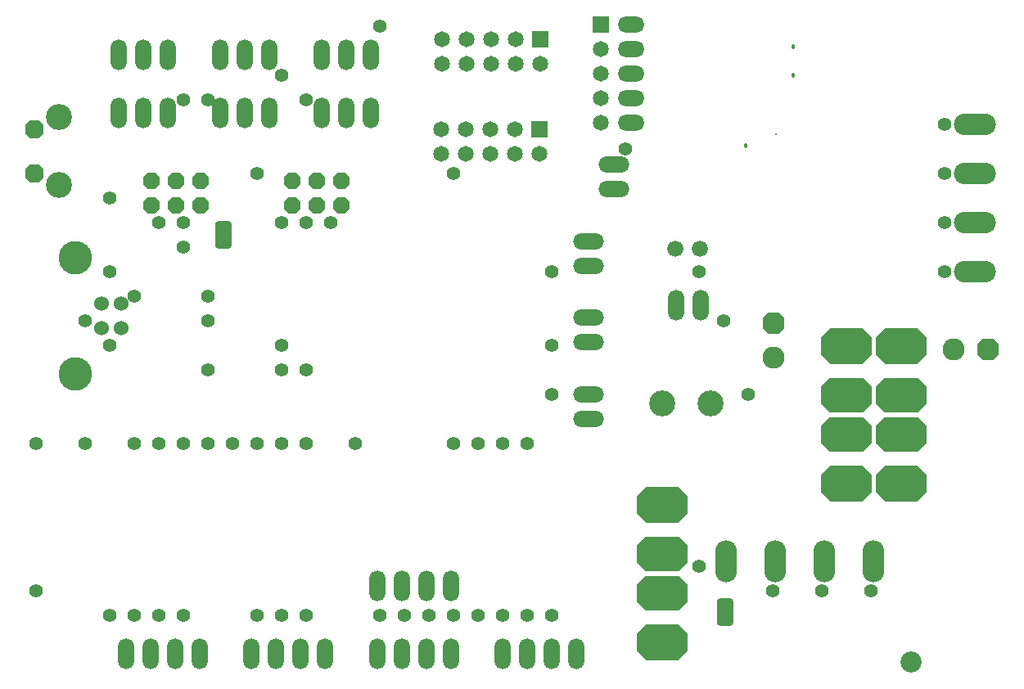
<source format=gbs>
%FSLAX24Y24*%
%MOIN*%
G70*
G01*
G75*
G04 Layer_Color=12517567*
%ADD10C,0.0650*%
%ADD11R,0.0402X0.0118*%
G04:AMPARAMS|DCode=12|XSize=105mil|YSize=105mil|CornerRadius=26.3mil|HoleSize=0mil|Usage=FLASHONLY|Rotation=180.000|XOffset=0mil|YOffset=0mil|HoleType=Round|Shape=RoundedRectangle|*
%AMROUNDEDRECTD12*
21,1,0.1050,0.0525,0,0,180.0*
21,1,0.0525,0.1050,0,0,180.0*
1,1,0.0525,-0.0263,0.0263*
1,1,0.0525,0.0263,0.0263*
1,1,0.0525,0.0263,-0.0263*
1,1,0.0525,-0.0263,-0.0263*
%
%ADD12ROUNDEDRECTD12*%
%ADD13C,0.0600*%
G04:AMPARAMS|DCode=14|XSize=50mil|YSize=50mil|CornerRadius=25mil|HoleSize=0mil|Usage=FLASHONLY|Rotation=90.000|XOffset=0mil|YOffset=0mil|HoleType=Round|Shape=RoundedRectangle|*
%AMROUNDEDRECTD14*
21,1,0.0500,0.0000,0,0,90.0*
21,1,0.0000,0.0500,0,0,90.0*
1,1,0.0500,0.0000,0.0000*
1,1,0.0500,0.0000,0.0000*
1,1,0.0500,0.0000,0.0000*
1,1,0.0500,0.0000,0.0000*
%
%ADD14ROUNDEDRECTD14*%
G04:AMPARAMS|DCode=15|XSize=29.1mil|YSize=39.4mil|CornerRadius=5.8mil|HoleSize=0mil|Usage=FLASHONLY|Rotation=90.000|XOffset=0mil|YOffset=0mil|HoleType=Round|Shape=RoundedRectangle|*
%AMROUNDEDRECTD15*
21,1,0.0291,0.0277,0,0,90.0*
21,1,0.0175,0.0394,0,0,90.0*
1,1,0.0117,0.0139,0.0087*
1,1,0.0117,0.0139,-0.0087*
1,1,0.0117,-0.0139,-0.0087*
1,1,0.0117,-0.0139,0.0087*
%
%ADD15ROUNDEDRECTD15*%
G04:AMPARAMS|DCode=16|XSize=29.1mil|YSize=39.4mil|CornerRadius=5.8mil|HoleSize=0mil|Usage=FLASHONLY|Rotation=180.000|XOffset=0mil|YOffset=0mil|HoleType=Round|Shape=RoundedRectangle|*
%AMROUNDEDRECTD16*
21,1,0.0291,0.0277,0,0,180.0*
21,1,0.0175,0.0394,0,0,180.0*
1,1,0.0117,-0.0087,0.0139*
1,1,0.0117,0.0087,0.0139*
1,1,0.0117,0.0087,-0.0139*
1,1,0.0117,-0.0087,-0.0139*
%
%ADD16ROUNDEDRECTD16*%
%ADD17R,0.1673X0.0465*%
G04:AMPARAMS|DCode=18|XSize=22mil|YSize=24mil|CornerRadius=4.4mil|HoleSize=0mil|Usage=FLASHONLY|Rotation=180.000|XOffset=0mil|YOffset=0mil|HoleType=Round|Shape=RoundedRectangle|*
%AMROUNDEDRECTD18*
21,1,0.0220,0.0152,0,0,180.0*
21,1,0.0132,0.0240,0,0,180.0*
1,1,0.0088,-0.0066,0.0076*
1,1,0.0088,0.0066,0.0076*
1,1,0.0088,0.0066,-0.0076*
1,1,0.0088,-0.0066,-0.0076*
%
%ADD18ROUNDEDRECTD18*%
G04:AMPARAMS|DCode=19|XSize=22mil|YSize=24mil|CornerRadius=4.4mil|HoleSize=0mil|Usage=FLASHONLY|Rotation=90.000|XOffset=0mil|YOffset=0mil|HoleType=Round|Shape=RoundedRectangle|*
%AMROUNDEDRECTD19*
21,1,0.0220,0.0152,0,0,90.0*
21,1,0.0132,0.0240,0,0,90.0*
1,1,0.0088,0.0076,0.0066*
1,1,0.0088,0.0076,-0.0066*
1,1,0.0088,-0.0076,-0.0066*
1,1,0.0088,-0.0076,0.0066*
%
%ADD19ROUNDEDRECTD19*%
G04:AMPARAMS|DCode=20|XSize=52mil|YSize=60mil|CornerRadius=13mil|HoleSize=0mil|Usage=FLASHONLY|Rotation=0.000|XOffset=0mil|YOffset=0mil|HoleType=Round|Shape=RoundedRectangle|*
%AMROUNDEDRECTD20*
21,1,0.0520,0.0340,0,0,0.0*
21,1,0.0260,0.0600,0,0,0.0*
1,1,0.0260,0.0130,-0.0170*
1,1,0.0260,-0.0130,-0.0170*
1,1,0.0260,-0.0130,0.0170*
1,1,0.0260,0.0130,0.0170*
%
%ADD20ROUNDEDRECTD20*%
G04:AMPARAMS|DCode=21|XSize=52mil|YSize=60mil|CornerRadius=13mil|HoleSize=0mil|Usage=FLASHONLY|Rotation=270.000|XOffset=0mil|YOffset=0mil|HoleType=Round|Shape=RoundedRectangle|*
%AMROUNDEDRECTD21*
21,1,0.0520,0.0340,0,0,270.0*
21,1,0.0260,0.0600,0,0,270.0*
1,1,0.0260,-0.0170,-0.0130*
1,1,0.0260,-0.0170,0.0130*
1,1,0.0260,0.0170,0.0130*
1,1,0.0260,0.0170,-0.0130*
%
%ADD21ROUNDEDRECTD21*%
%ADD22R,0.0433X0.0669*%
%ADD23R,0.0200X0.0260*%
%ADD24R,0.0543X0.0709*%
G04:AMPARAMS|DCode=25|XSize=63mil|YSize=71mil|CornerRadius=15.8mil|HoleSize=0mil|Usage=FLASHONLY|Rotation=270.000|XOffset=0mil|YOffset=0mil|HoleType=Round|Shape=RoundedRectangle|*
%AMROUNDEDRECTD25*
21,1,0.0630,0.0395,0,0,270.0*
21,1,0.0315,0.0710,0,0,270.0*
1,1,0.0315,-0.0198,-0.0158*
1,1,0.0315,-0.0198,0.0158*
1,1,0.0315,0.0198,0.0158*
1,1,0.0315,0.0198,-0.0158*
%
%ADD25ROUNDEDRECTD25*%
%ADD26R,0.0500X0.0150*%
%ADD27R,0.0790X0.0790*%
%ADD28R,0.0790X0.0790*%
%ADD29R,0.0280X0.0200*%
%ADD30R,0.0200X0.0280*%
%ADD31R,0.0360X0.0320*%
%ADD32R,0.1260X0.0630*%
%ADD33R,0.0240X0.0240*%
%ADD34R,0.0354X0.1299*%
%ADD35R,0.0420X0.0520*%
%ADD36R,0.0480X0.0480*%
%ADD37R,0.0480X0.0480*%
G04:AMPARAMS|DCode=38|XSize=40mil|YSize=40mil|CornerRadius=20mil|HoleSize=0mil|Usage=FLASHONLY|Rotation=0.000|XOffset=0mil|YOffset=0mil|HoleType=Round|Shape=RoundedRectangle|*
%AMROUNDEDRECTD38*
21,1,0.0400,0.0000,0,0,0.0*
21,1,0.0000,0.0400,0,0,0.0*
1,1,0.0400,0.0000,0.0000*
1,1,0.0400,0.0000,0.0000*
1,1,0.0400,0.0000,0.0000*
1,1,0.0400,0.0000,0.0000*
%
%ADD38ROUNDEDRECTD38*%
%ADD39R,0.0236X0.1319*%
%ADD40R,0.1370X0.1370*%
G04:AMPARAMS|DCode=41|XSize=11mil|YSize=31.5mil|CornerRadius=4.4mil|HoleSize=0mil|Usage=FLASHONLY|Rotation=0.000|XOffset=0mil|YOffset=0mil|HoleType=Round|Shape=RoundedRectangle|*
%AMROUNDEDRECTD41*
21,1,0.0110,0.0227,0,0,0.0*
21,1,0.0022,0.0315,0,0,0.0*
1,1,0.0088,0.0011,-0.0113*
1,1,0.0088,-0.0011,-0.0113*
1,1,0.0088,-0.0011,0.0113*
1,1,0.0088,0.0011,0.0113*
%
%ADD41ROUNDEDRECTD41*%
G04:AMPARAMS|DCode=42|XSize=11mil|YSize=31.5mil|CornerRadius=4.4mil|HoleSize=0mil|Usage=FLASHONLY|Rotation=270.000|XOffset=0mil|YOffset=0mil|HoleType=Round|Shape=RoundedRectangle|*
%AMROUNDEDRECTD42*
21,1,0.0110,0.0227,0,0,270.0*
21,1,0.0022,0.0315,0,0,270.0*
1,1,0.0088,-0.0113,-0.0011*
1,1,0.0088,-0.0113,0.0011*
1,1,0.0088,0.0113,0.0011*
1,1,0.0088,0.0113,-0.0011*
%
%ADD42ROUNDEDRECTD42*%
%ADD43R,0.1370X0.1370*%
%ADD44R,0.0120X0.0600*%
%ADD45R,0.0600X0.0120*%
%ADD46R,0.1970X0.1700*%
%ADD47R,0.0280X0.0560*%
%ADD48C,0.0080*%
%ADD49C,0.0070*%
%ADD50C,0.0200*%
%ADD51C,0.0240*%
%ADD52C,0.0100*%
%ADD53C,0.0500*%
%ADD54C,0.0400*%
%ADD55C,0.0120*%
%ADD56C,0.0160*%
%ADD57C,0.0250*%
%ADD58C,0.0600*%
%ADD59C,0.0320*%
%ADD60R,0.0551X0.0472*%
%ADD61R,0.1929X0.1457*%
%ADD62R,0.1575X0.0984*%
%ADD63R,0.1299X0.1063*%
%ADD64C,0.0800*%
%ADD65P,0.0671X8X22.5*%
G04:AMPARAMS|DCode=66|XSize=140mil|YSize=200mil|CornerRadius=0mil|HoleSize=0mil|Usage=FLASHONLY|Rotation=90.000|XOffset=0mil|YOffset=0mil|HoleType=Round|Shape=Octagon|*
%AMOCTAGOND66*
4,1,8,-0.1000,-0.0350,-0.1000,0.0350,-0.0650,0.0700,0.0650,0.0700,0.1000,0.0350,0.1000,-0.0350,0.0650,-0.0700,-0.0650,-0.0700,-0.1000,-0.0350,0.0*
%
%ADD66OCTAGOND66*%

G04:AMPARAMS|DCode=67|XSize=133.9mil|YSize=200mil|CornerRadius=0mil|HoleSize=0mil|Usage=FLASHONLY|Rotation=90.000|XOffset=0mil|YOffset=0mil|HoleType=Round|Shape=Octagon|*
%AMOCTAGOND67*
4,1,8,-0.1000,-0.0335,-0.1000,0.0335,-0.0665,0.0669,0.0665,0.0669,0.1000,0.0335,0.1000,-0.0335,0.0665,-0.0669,-0.0665,-0.0669,-0.1000,-0.0335,0.0*
%
%ADD67OCTAGOND67*%

%ADD68C,0.0840*%
%ADD69P,0.0909X8X22.5*%
%ADD70P,0.0909X8X112.5*%
%ADD71O,0.0825X0.1650*%
%ADD72O,0.1650X0.0825*%
%ADD73O,0.0600X0.1200*%
%ADD74C,0.1000*%
%ADD75C,0.0540*%
%ADD76C,0.1305*%
%ADD77R,0.0591X0.0591*%
%ADD78O,0.1024X0.0591*%
%ADD79C,0.0591*%
%ADD80O,0.1200X0.0600*%
%ADD81P,0.0758X8X292.5*%
%ADD82R,0.0591X0.0591*%
%ADD83C,0.0300*%
%ADD84C,0.0500*%
%ADD85C,0.0320*%
%ADD86C,0.0400*%
%ADD87C,0.1421*%
%ADD88C,0.0390*%
%ADD89C,0.0640*%
G04:AMPARAMS|DCode=90|XSize=98mil|YSize=98mil|CornerRadius=0mil|HoleSize=0mil|Usage=FLASHONLY|Rotation=0.000|XOffset=0mil|YOffset=0mil|HoleType=Round|Shape=Relief|Width=10mil|Gap=10mil|Entries=4|*
%AMTHD90*
7,0,0,0.0980,0.0780,0.0100,45*
%
%ADD90THD90*%
%ADD91C,0.0620*%
%ADD92C,0.1240*%
G04:AMPARAMS|DCode=93|XSize=100mil|YSize=100mil|CornerRadius=0mil|HoleSize=0mil|Usage=FLASHONLY|Rotation=0.000|XOffset=0mil|YOffset=0mil|HoleType=Round|Shape=Relief|Width=10mil|Gap=10mil|Entries=4|*
%AMTHD93*
7,0,0,0.1000,0.0800,0.0100,45*
%
%ADD93THD93*%
G04:AMPARAMS|DCode=94|XSize=115mil|YSize=115mil|CornerRadius=0mil|HoleSize=0mil|Usage=FLASHONLY|Rotation=0.000|XOffset=0mil|YOffset=0mil|HoleType=Round|Shape=Relief|Width=10mil|Gap=10mil|Entries=4|*
%AMTHD94*
7,0,0,0.1150,0.0950,0.0100,45*
%
%ADD94THD94*%
%ADD95C,0.0790*%
%ADD96C,0.1110*%
%ADD97C,0.0594*%
G04:AMPARAMS|DCode=98|XSize=95.433mil|YSize=95.433mil|CornerRadius=0mil|HoleSize=0mil|Usage=FLASHONLY|Rotation=0.000|XOffset=0mil|YOffset=0mil|HoleType=Round|Shape=Relief|Width=10mil|Gap=10mil|Entries=4|*
%AMTHD98*
7,0,0,0.0954,0.0754,0.0100,45*
%
%ADD98THD98*%
%ADD99C,0.0830*%
%ADD100C,0.0520*%
%ADD101C,0.1400*%
%ADD102C,0.1300*%
%ADD103C,0.1040*%
%ADD104C,0.0800*%
%ADD105R,0.3622X0.4331*%
%ADD106R,0.3583X0.4284*%
%ADD107R,0.3425X0.4284*%
%ADD108R,0.4094X0.4331*%
G04:AMPARAMS|DCode=109|XSize=50mil|YSize=50mil|CornerRadius=25mil|HoleSize=0mil|Usage=FLASHONLY|Rotation=180.000|XOffset=0mil|YOffset=0mil|HoleType=Round|Shape=RoundedRectangle|*
%AMROUNDEDRECTD109*
21,1,0.0500,0.0000,0,0,180.0*
21,1,0.0000,0.0500,0,0,180.0*
1,1,0.0500,0.0000,0.0000*
1,1,0.0500,0.0000,0.0000*
1,1,0.0500,0.0000,0.0000*
1,1,0.0500,0.0000,0.0000*
%
%ADD109ROUNDEDRECTD109*%
G04:AMPARAMS|DCode=110|XSize=46mil|YSize=63mil|CornerRadius=11.5mil|HoleSize=0mil|Usage=FLASHONLY|Rotation=90.000|XOffset=0mil|YOffset=0mil|HoleType=Round|Shape=RoundedRectangle|*
%AMROUNDEDRECTD110*
21,1,0.0460,0.0400,0,0,90.0*
21,1,0.0230,0.0630,0,0,90.0*
1,1,0.0230,0.0200,0.0115*
1,1,0.0230,0.0200,-0.0115*
1,1,0.0230,-0.0200,-0.0115*
1,1,0.0230,-0.0200,0.0115*
%
%ADD110ROUNDEDRECTD110*%
%ADD111C,0.0098*%
%ADD112C,0.0050*%
%ADD113C,0.0060*%
%ADD114C,0.0000*%
%ADD115C,0.0079*%
%ADD116C,0.0040*%
%ADD117R,0.0295X0.0879*%
%ADD118R,0.0879X0.0295*%
%ADD119R,0.2450X0.0492*%
%ADD120R,0.0119X0.0120*%
%ADD121R,0.0060X0.0120*%
%ADD122R,0.0059X0.0120*%
%ADD123R,0.0120X0.0119*%
%ADD124R,0.0120X0.0060*%
%ADD125R,0.0120X0.0059*%
%ADD126R,0.0382X0.0098*%
G04:AMPARAMS|DCode=127|XSize=103mil|YSize=103mil|CornerRadius=25.3mil|HoleSize=0mil|Usage=FLASHONLY|Rotation=180.000|XOffset=0mil|YOffset=0mil|HoleType=Round|Shape=RoundedRectangle|*
%AMROUNDEDRECTD127*
21,1,0.1030,0.0525,0,0,180.0*
21,1,0.0525,0.1030,0,0,180.0*
1,1,0.0505,-0.0263,0.0263*
1,1,0.0505,0.0263,0.0263*
1,1,0.0505,0.0263,-0.0263*
1,1,0.0505,-0.0263,-0.0263*
%
%ADD127ROUNDEDRECTD127*%
G04:AMPARAMS|DCode=128|XSize=48mil|YSize=48mil|CornerRadius=24mil|HoleSize=0mil|Usage=FLASHONLY|Rotation=90.000|XOffset=0mil|YOffset=0mil|HoleType=Round|Shape=RoundedRectangle|*
%AMROUNDEDRECTD128*
21,1,0.0480,0.0000,0,0,90.0*
21,1,0.0000,0.0480,0,0,90.0*
1,1,0.0480,0.0000,0.0000*
1,1,0.0480,0.0000,0.0000*
1,1,0.0480,0.0000,0.0000*
1,1,0.0480,0.0000,0.0000*
%
%ADD128ROUNDEDRECTD128*%
G04:AMPARAMS|DCode=129|XSize=27.1mil|YSize=37.4mil|CornerRadius=4.8mil|HoleSize=0mil|Usage=FLASHONLY|Rotation=90.000|XOffset=0mil|YOffset=0mil|HoleType=Round|Shape=RoundedRectangle|*
%AMROUNDEDRECTD129*
21,1,0.0271,0.0277,0,0,90.0*
21,1,0.0175,0.0374,0,0,90.0*
1,1,0.0097,0.0139,0.0087*
1,1,0.0097,0.0139,-0.0087*
1,1,0.0097,-0.0139,-0.0087*
1,1,0.0097,-0.0139,0.0087*
%
%ADD129ROUNDEDRECTD129*%
G04:AMPARAMS|DCode=130|XSize=27.1mil|YSize=37.4mil|CornerRadius=4.8mil|HoleSize=0mil|Usage=FLASHONLY|Rotation=180.000|XOffset=0mil|YOffset=0mil|HoleType=Round|Shape=RoundedRectangle|*
%AMROUNDEDRECTD130*
21,1,0.0271,0.0277,0,0,180.0*
21,1,0.0175,0.0374,0,0,180.0*
1,1,0.0097,-0.0087,0.0139*
1,1,0.0097,0.0087,0.0139*
1,1,0.0097,0.0087,-0.0139*
1,1,0.0097,-0.0087,-0.0139*
%
%ADD130ROUNDEDRECTD130*%
%ADD131R,0.1653X0.0445*%
G04:AMPARAMS|DCode=132|XSize=20mil|YSize=22mil|CornerRadius=3.4mil|HoleSize=0mil|Usage=FLASHONLY|Rotation=180.000|XOffset=0mil|YOffset=0mil|HoleType=Round|Shape=RoundedRectangle|*
%AMROUNDEDRECTD132*
21,1,0.0200,0.0152,0,0,180.0*
21,1,0.0132,0.0220,0,0,180.0*
1,1,0.0068,-0.0066,0.0076*
1,1,0.0068,0.0066,0.0076*
1,1,0.0068,0.0066,-0.0076*
1,1,0.0068,-0.0066,-0.0076*
%
%ADD132ROUNDEDRECTD132*%
G04:AMPARAMS|DCode=133|XSize=20mil|YSize=22mil|CornerRadius=3.4mil|HoleSize=0mil|Usage=FLASHONLY|Rotation=90.000|XOffset=0mil|YOffset=0mil|HoleType=Round|Shape=RoundedRectangle|*
%AMROUNDEDRECTD133*
21,1,0.0200,0.0152,0,0,90.0*
21,1,0.0132,0.0220,0,0,90.0*
1,1,0.0068,0.0076,0.0066*
1,1,0.0068,0.0076,-0.0066*
1,1,0.0068,-0.0076,-0.0066*
1,1,0.0068,-0.0076,0.0066*
%
%ADD133ROUNDEDRECTD133*%
G04:AMPARAMS|DCode=134|XSize=50mil|YSize=58mil|CornerRadius=12mil|HoleSize=0mil|Usage=FLASHONLY|Rotation=0.000|XOffset=0mil|YOffset=0mil|HoleType=Round|Shape=RoundedRectangle|*
%AMROUNDEDRECTD134*
21,1,0.0500,0.0340,0,0,0.0*
21,1,0.0260,0.0580,0,0,0.0*
1,1,0.0240,0.0130,-0.0170*
1,1,0.0240,-0.0130,-0.0170*
1,1,0.0240,-0.0130,0.0170*
1,1,0.0240,0.0130,0.0170*
%
%ADD134ROUNDEDRECTD134*%
G04:AMPARAMS|DCode=135|XSize=50mil|YSize=58mil|CornerRadius=12mil|HoleSize=0mil|Usage=FLASHONLY|Rotation=270.000|XOffset=0mil|YOffset=0mil|HoleType=Round|Shape=RoundedRectangle|*
%AMROUNDEDRECTD135*
21,1,0.0500,0.0340,0,0,270.0*
21,1,0.0260,0.0580,0,0,270.0*
1,1,0.0240,-0.0170,-0.0130*
1,1,0.0240,-0.0170,0.0130*
1,1,0.0240,0.0170,0.0130*
1,1,0.0240,0.0170,-0.0130*
%
%ADD135ROUNDEDRECTD135*%
%ADD136R,0.0413X0.0649*%
%ADD137R,0.0180X0.0240*%
%ADD138R,0.0523X0.0689*%
G04:AMPARAMS|DCode=139|XSize=61mil|YSize=69mil|CornerRadius=14.8mil|HoleSize=0mil|Usage=FLASHONLY|Rotation=270.000|XOffset=0mil|YOffset=0mil|HoleType=Round|Shape=RoundedRectangle|*
%AMROUNDEDRECTD139*
21,1,0.0610,0.0395,0,0,270.0*
21,1,0.0315,0.0690,0,0,270.0*
1,1,0.0295,-0.0198,-0.0158*
1,1,0.0295,-0.0198,0.0158*
1,1,0.0295,0.0198,0.0158*
1,1,0.0295,0.0198,-0.0158*
%
%ADD139ROUNDEDRECTD139*%
%ADD140R,0.0480X0.0130*%
%ADD141R,0.0770X0.0770*%
%ADD142R,0.0770X0.0770*%
%ADD143R,0.0260X0.0180*%
%ADD144R,0.0180X0.0260*%
%ADD145R,0.0340X0.0300*%
%ADD146R,0.1240X0.0610*%
%ADD147R,0.0220X0.0220*%
%ADD148R,0.0334X0.1279*%
%ADD149R,0.0400X0.0500*%
%ADD150R,0.0460X0.0460*%
%ADD151R,0.0460X0.0460*%
%ADD152R,0.0216X0.1299*%
G04:AMPARAMS|DCode=153|XSize=9mil|YSize=29.5mil|CornerRadius=3.4mil|HoleSize=0mil|Usage=FLASHONLY|Rotation=0.000|XOffset=0mil|YOffset=0mil|HoleType=Round|Shape=RoundedRectangle|*
%AMROUNDEDRECTD153*
21,1,0.0090,0.0227,0,0,0.0*
21,1,0.0022,0.0295,0,0,0.0*
1,1,0.0068,0.0011,-0.0113*
1,1,0.0068,-0.0011,-0.0113*
1,1,0.0068,-0.0011,0.0113*
1,1,0.0068,0.0011,0.0113*
%
%ADD153ROUNDEDRECTD153*%
G04:AMPARAMS|DCode=154|XSize=9mil|YSize=29.5mil|CornerRadius=3.4mil|HoleSize=0mil|Usage=FLASHONLY|Rotation=270.000|XOffset=0mil|YOffset=0mil|HoleType=Round|Shape=RoundedRectangle|*
%AMROUNDEDRECTD154*
21,1,0.0090,0.0227,0,0,270.0*
21,1,0.0022,0.0295,0,0,270.0*
1,1,0.0068,-0.0113,-0.0011*
1,1,0.0068,-0.0113,0.0011*
1,1,0.0068,0.0113,0.0011*
1,1,0.0068,0.0113,-0.0011*
%
%ADD154ROUNDEDRECTD154*%
%ADD155R,0.0100X0.0580*%
%ADD156R,0.0580X0.0100*%
%ADD157R,0.1950X0.1680*%
%ADD158R,0.0260X0.0540*%
%ADD159C,0.0394*%
%ADD160C,0.0150*%
%ADD161R,0.0530X0.0170*%
%ADD162R,0.0460X0.0130*%
%ADD163R,0.0482X0.0198*%
G04:AMPARAMS|DCode=164|XSize=56mil|YSize=56mil|CornerRadius=28mil|HoleSize=0mil|Usage=FLASHONLY|Rotation=90.000|XOffset=0mil|YOffset=0mil|HoleType=Round|Shape=RoundedRectangle|*
%AMROUNDEDRECTD164*
21,1,0.0560,0.0000,0,0,90.0*
21,1,0.0000,0.0560,0,0,90.0*
1,1,0.0560,0.0000,0.0000*
1,1,0.0560,0.0000,0.0000*
1,1,0.0560,0.0000,0.0000*
1,1,0.0560,0.0000,0.0000*
%
%ADD164ROUNDEDRECTD164*%
G04:AMPARAMS|DCode=165|XSize=35.1mil|YSize=45.4mil|CornerRadius=8.8mil|HoleSize=0mil|Usage=FLASHONLY|Rotation=90.000|XOffset=0mil|YOffset=0mil|HoleType=Round|Shape=RoundedRectangle|*
%AMROUNDEDRECTD165*
21,1,0.0351,0.0277,0,0,90.0*
21,1,0.0175,0.0454,0,0,90.0*
1,1,0.0177,0.0139,0.0087*
1,1,0.0177,0.0139,-0.0087*
1,1,0.0177,-0.0139,-0.0087*
1,1,0.0177,-0.0139,0.0087*
%
%ADD165ROUNDEDRECTD165*%
G04:AMPARAMS|DCode=166|XSize=35.1mil|YSize=45.4mil|CornerRadius=8.8mil|HoleSize=0mil|Usage=FLASHONLY|Rotation=180.000|XOffset=0mil|YOffset=0mil|HoleType=Round|Shape=RoundedRectangle|*
%AMROUNDEDRECTD166*
21,1,0.0351,0.0277,0,0,180.0*
21,1,0.0175,0.0454,0,0,180.0*
1,1,0.0177,-0.0087,0.0139*
1,1,0.0177,0.0087,0.0139*
1,1,0.0177,0.0087,-0.0139*
1,1,0.0177,-0.0087,-0.0139*
%
%ADD166ROUNDEDRECTD166*%
%ADD167R,0.1733X0.0525*%
G04:AMPARAMS|DCode=168|XSize=28mil|YSize=30mil|CornerRadius=7.4mil|HoleSize=0mil|Usage=FLASHONLY|Rotation=180.000|XOffset=0mil|YOffset=0mil|HoleType=Round|Shape=RoundedRectangle|*
%AMROUNDEDRECTD168*
21,1,0.0280,0.0152,0,0,180.0*
21,1,0.0132,0.0300,0,0,180.0*
1,1,0.0148,-0.0066,0.0076*
1,1,0.0148,0.0066,0.0076*
1,1,0.0148,0.0066,-0.0076*
1,1,0.0148,-0.0066,-0.0076*
%
%ADD168ROUNDEDRECTD168*%
G04:AMPARAMS|DCode=169|XSize=28mil|YSize=30mil|CornerRadius=7.4mil|HoleSize=0mil|Usage=FLASHONLY|Rotation=90.000|XOffset=0mil|YOffset=0mil|HoleType=Round|Shape=RoundedRectangle|*
%AMROUNDEDRECTD169*
21,1,0.0280,0.0152,0,0,90.0*
21,1,0.0132,0.0300,0,0,90.0*
1,1,0.0148,0.0076,0.0066*
1,1,0.0148,0.0076,-0.0066*
1,1,0.0148,-0.0076,-0.0066*
1,1,0.0148,-0.0076,0.0066*
%
%ADD169ROUNDEDRECTD169*%
G04:AMPARAMS|DCode=170|XSize=58mil|YSize=66mil|CornerRadius=16mil|HoleSize=0mil|Usage=FLASHONLY|Rotation=0.000|XOffset=0mil|YOffset=0mil|HoleType=Round|Shape=RoundedRectangle|*
%AMROUNDEDRECTD170*
21,1,0.0580,0.0340,0,0,0.0*
21,1,0.0260,0.0660,0,0,0.0*
1,1,0.0320,0.0130,-0.0170*
1,1,0.0320,-0.0130,-0.0170*
1,1,0.0320,-0.0130,0.0170*
1,1,0.0320,0.0130,0.0170*
%
%ADD170ROUNDEDRECTD170*%
G04:AMPARAMS|DCode=171|XSize=58mil|YSize=66mil|CornerRadius=16mil|HoleSize=0mil|Usage=FLASHONLY|Rotation=270.000|XOffset=0mil|YOffset=0mil|HoleType=Round|Shape=RoundedRectangle|*
%AMROUNDEDRECTD171*
21,1,0.0580,0.0340,0,0,270.0*
21,1,0.0260,0.0660,0,0,270.0*
1,1,0.0320,-0.0170,-0.0130*
1,1,0.0320,-0.0170,0.0130*
1,1,0.0320,0.0170,0.0130*
1,1,0.0320,0.0170,-0.0130*
%
%ADD171ROUNDEDRECTD171*%
%ADD172R,0.0493X0.0729*%
%ADD173R,0.0260X0.0320*%
%ADD174R,0.0603X0.0769*%
G04:AMPARAMS|DCode=175|XSize=69mil|YSize=77mil|CornerRadius=18.8mil|HoleSize=0mil|Usage=FLASHONLY|Rotation=270.000|XOffset=0mil|YOffset=0mil|HoleType=Round|Shape=RoundedRectangle|*
%AMROUNDEDRECTD175*
21,1,0.0690,0.0395,0,0,270.0*
21,1,0.0315,0.0770,0,0,270.0*
1,1,0.0375,-0.0198,-0.0158*
1,1,0.0375,-0.0198,0.0158*
1,1,0.0375,0.0198,0.0158*
1,1,0.0375,0.0198,-0.0158*
%
%ADD175ROUNDEDRECTD175*%
%ADD176R,0.0560X0.0210*%
%ADD177R,0.0850X0.0850*%
%ADD178R,0.0850X0.0850*%
%ADD179R,0.0340X0.0260*%
%ADD180R,0.0260X0.0340*%
%ADD181R,0.0420X0.0380*%
%ADD182R,0.1320X0.0690*%
%ADD183R,0.0300X0.0300*%
%ADD184R,0.0414X0.1359*%
%ADD185R,0.0480X0.0580*%
%ADD186R,0.0540X0.0540*%
%ADD187R,0.0540X0.0540*%
G04:AMPARAMS|DCode=188|XSize=80mil|YSize=80mil|CornerRadius=40mil|HoleSize=0mil|Usage=FLASHONLY|Rotation=0.000|XOffset=0mil|YOffset=0mil|HoleType=Round|Shape=RoundedRectangle|*
%AMROUNDEDRECTD188*
21,1,0.0800,0.0000,0,0,0.0*
21,1,0.0000,0.0800,0,0,0.0*
1,1,0.0800,0.0000,0.0000*
1,1,0.0800,0.0000,0.0000*
1,1,0.0800,0.0000,0.0000*
1,1,0.0800,0.0000,0.0000*
%
%ADD188ROUNDEDRECTD188*%
%ADD189R,0.0296X0.1379*%
G04:AMPARAMS|DCode=190|XSize=15mil|YSize=35.4mil|CornerRadius=6.4mil|HoleSize=0mil|Usage=FLASHONLY|Rotation=0.000|XOffset=0mil|YOffset=0mil|HoleType=Round|Shape=RoundedRectangle|*
%AMROUNDEDRECTD190*
21,1,0.0150,0.0227,0,0,0.0*
21,1,0.0022,0.0354,0,0,0.0*
1,1,0.0128,0.0011,-0.0113*
1,1,0.0128,-0.0011,-0.0113*
1,1,0.0128,-0.0011,0.0113*
1,1,0.0128,0.0011,0.0113*
%
%ADD190ROUNDEDRECTD190*%
G04:AMPARAMS|DCode=191|XSize=15mil|YSize=35.4mil|CornerRadius=6.4mil|HoleSize=0mil|Usage=FLASHONLY|Rotation=270.000|XOffset=0mil|YOffset=0mil|HoleType=Round|Shape=RoundedRectangle|*
%AMROUNDEDRECTD191*
21,1,0.0150,0.0227,0,0,270.0*
21,1,0.0022,0.0354,0,0,270.0*
1,1,0.0128,-0.0113,-0.0011*
1,1,0.0128,-0.0113,0.0011*
1,1,0.0128,0.0113,0.0011*
1,1,0.0128,0.0113,-0.0011*
%
%ADD191ROUNDEDRECTD191*%
%ADD192R,0.0200X0.0680*%
%ADD193R,0.0680X0.0200*%
%ADD194R,0.0340X0.0620*%
%ADD195C,0.0860*%
%ADD196C,0.0660*%
%ADD197P,0.0736X8X22.5*%
G04:AMPARAMS|DCode=198|XSize=146mil|YSize=206mil|CornerRadius=0mil|HoleSize=0mil|Usage=FLASHONLY|Rotation=90.000|XOffset=0mil|YOffset=0mil|HoleType=Round|Shape=Octagon|*
%AMOCTAGOND198*
4,1,8,-0.1030,-0.0365,-0.1030,0.0365,-0.0665,0.0730,0.0665,0.0730,0.1030,0.0365,0.1030,-0.0365,0.0665,-0.0730,-0.0665,-0.0730,-0.1030,-0.0365,0.0*
%
%ADD198OCTAGOND198*%

G04:AMPARAMS|DCode=199|XSize=139.9mil|YSize=206mil|CornerRadius=0mil|HoleSize=0mil|Usage=FLASHONLY|Rotation=90.000|XOffset=0mil|YOffset=0mil|HoleType=Round|Shape=Octagon|*
%AMOCTAGOND199*
4,1,8,-0.1030,-0.0350,-0.1030,0.0350,-0.0680,0.0699,0.0680,0.0699,0.1030,0.0350,0.1030,-0.0350,0.0680,-0.0699,-0.0680,-0.0699,-0.1030,-0.0350,0.0*
%
%ADD199OCTAGOND199*%

%ADD200C,0.0900*%
%ADD201P,0.0974X8X22.5*%
%ADD202P,0.0974X8X112.5*%
%ADD203O,0.0885X0.1710*%
%ADD204O,0.1710X0.0885*%
%ADD205O,0.0660X0.1260*%
%ADD206C,0.1060*%
%ADD207C,0.1365*%
%ADD208R,0.0651X0.0651*%
%ADD209O,0.1084X0.0651*%
%ADD210C,0.0651*%
%ADD211O,0.1260X0.0660*%
%ADD212P,0.0823X8X292.5*%
%ADD213R,0.0651X0.0651*%
%ADD214C,0.0080*%
%ADD215C,0.0180*%
%ADD216R,0.0704X0.0354*%
G04:AMPARAMS|DCode=217|XSize=56mil|YSize=56mil|CornerRadius=28mil|HoleSize=0mil|Usage=FLASHONLY|Rotation=180.000|XOffset=0mil|YOffset=0mil|HoleType=Round|Shape=RoundedRectangle|*
%AMROUNDEDRECTD217*
21,1,0.0560,0.0000,0,0,180.0*
21,1,0.0000,0.0560,0,0,180.0*
1,1,0.0560,0.0000,0.0000*
1,1,0.0560,0.0000,0.0000*
1,1,0.0560,0.0000,0.0000*
1,1,0.0560,0.0000,0.0000*
%
%ADD217ROUNDEDRECTD217*%
G04:AMPARAMS|DCode=218|XSize=52mil|YSize=69mil|CornerRadius=14.5mil|HoleSize=0mil|Usage=FLASHONLY|Rotation=90.000|XOffset=0mil|YOffset=0mil|HoleType=Round|Shape=RoundedRectangle|*
%AMROUNDEDRECTD218*
21,1,0.0520,0.0400,0,0,90.0*
21,1,0.0230,0.0690,0,0,90.0*
1,1,0.0290,0.0200,0.0115*
1,1,0.0290,0.0200,-0.0115*
1,1,0.0290,-0.0200,-0.0115*
1,1,0.0290,-0.0200,0.0115*
%
%ADD218ROUNDEDRECTD218*%
D13*
X14458Y24697D02*
D03*
Y25689D02*
D03*
X13668D02*
D03*
Y24697D02*
D03*
D164*
X35000Y32000D02*
D03*
X32000Y22000D02*
D03*
D195*
X46634Y11083D02*
D03*
D196*
X38008Y27913D02*
D03*
X37008D02*
D03*
D197*
X17695Y30676D02*
D03*
Y29676D02*
D03*
X16695Y30676D02*
D03*
Y29676D02*
D03*
X15695Y30676D02*
D03*
Y29676D02*
D03*
X23421Y30676D02*
D03*
Y29676D02*
D03*
X22421Y30676D02*
D03*
Y29676D02*
D03*
X21421Y30676D02*
D03*
Y29676D02*
D03*
D198*
X46220Y23942D02*
D03*
Y18342D02*
D03*
X43976Y23942D02*
D03*
Y18342D02*
D03*
X36496Y11885D02*
D03*
Y17485D02*
D03*
D199*
X46220Y21942D02*
D03*
Y20342D02*
D03*
X43976Y21942D02*
D03*
Y20342D02*
D03*
X36496Y13885D02*
D03*
Y15485D02*
D03*
D200*
X48355Y23819D02*
D03*
X41024Y23473D02*
D03*
D201*
X49755Y23819D02*
D03*
D202*
X41024Y24873D02*
D03*
D203*
X39087Y15197D02*
D03*
X41087D02*
D03*
X43087D02*
D03*
X45087D02*
D03*
D204*
X49210Y33000D02*
D03*
Y31000D02*
D03*
Y29000D02*
D03*
Y27000D02*
D03*
D205*
X32996Y11417D02*
D03*
X31996D02*
D03*
X30996D02*
D03*
X29996D02*
D03*
X22760D02*
D03*
X21760D02*
D03*
X20760D02*
D03*
X19760D02*
D03*
X17642D02*
D03*
X16642D02*
D03*
X15642D02*
D03*
X14642D02*
D03*
X38059Y25630D02*
D03*
X37059D02*
D03*
X14354Y33465D02*
D03*
X15354D02*
D03*
X16354D02*
D03*
X22622D02*
D03*
X23622D02*
D03*
X24622D02*
D03*
X18488D02*
D03*
X19488D02*
D03*
X20488D02*
D03*
X16354Y35827D02*
D03*
X15354D02*
D03*
X14354D02*
D03*
X20488D02*
D03*
X19488D02*
D03*
X18488D02*
D03*
X24622D02*
D03*
X23622D02*
D03*
X22622D02*
D03*
X27878Y14173D02*
D03*
X26878D02*
D03*
X25878D02*
D03*
X24878D02*
D03*
X27878Y11417D02*
D03*
X26878D02*
D03*
X25878D02*
D03*
X24878D02*
D03*
D206*
X36496Y21614D02*
D03*
X38465D02*
D03*
X11907Y30510D02*
D03*
Y33270D02*
D03*
D207*
X12598Y27559D02*
D03*
Y22827D02*
D03*
D208*
X34000Y37050D02*
D03*
D209*
X35217D02*
D03*
Y36050D02*
D03*
Y35050D02*
D03*
Y34050D02*
D03*
Y33050D02*
D03*
D210*
X34000Y36050D02*
D03*
Y35050D02*
D03*
Y34050D02*
D03*
Y33050D02*
D03*
X31496Y31785D02*
D03*
X30496Y32785D02*
D03*
Y31785D02*
D03*
X29496Y32785D02*
D03*
Y31785D02*
D03*
X28496Y32785D02*
D03*
Y31785D02*
D03*
X27496Y32785D02*
D03*
Y31785D02*
D03*
X31516Y35457D02*
D03*
X30516Y36457D02*
D03*
Y35457D02*
D03*
X29516Y36457D02*
D03*
Y35457D02*
D03*
X28516Y36457D02*
D03*
Y35457D02*
D03*
X27516Y36457D02*
D03*
Y35457D02*
D03*
D211*
X33504Y21996D02*
D03*
Y20996D02*
D03*
X34528Y30366D02*
D03*
Y31366D02*
D03*
X33504Y25106D02*
D03*
Y24106D02*
D03*
Y28217D02*
D03*
Y27217D02*
D03*
D212*
X10927Y31000D02*
D03*
Y32780D02*
D03*
D213*
X31496Y32785D02*
D03*
X31516Y36457D02*
D03*
D214*
X41130Y32600D02*
D03*
D215*
X39890Y32123D02*
D03*
X41826Y34996D02*
D03*
X41830Y36140D02*
D03*
D216*
X39063Y13120D02*
D03*
X18624Y28504D02*
D03*
D217*
X21000Y23000D02*
D03*
X22000D02*
D03*
X21000Y24000D02*
D03*
X14000Y27000D02*
D03*
X15000Y26000D02*
D03*
X18000D02*
D03*
Y25000D02*
D03*
Y23000D02*
D03*
X39000Y25000D02*
D03*
X38000Y27000D02*
D03*
X48000Y29000D02*
D03*
Y33000D02*
D03*
Y27000D02*
D03*
Y31000D02*
D03*
X13000Y20000D02*
D03*
X11000D02*
D03*
X15000D02*
D03*
X17000D02*
D03*
X18000D02*
D03*
X16000D02*
D03*
X19000D02*
D03*
X21000D02*
D03*
X22000D02*
D03*
X20000D02*
D03*
X24000D02*
D03*
X29000D02*
D03*
X30000D02*
D03*
X28000D02*
D03*
X31000D02*
D03*
X32000Y24000D02*
D03*
Y27000D02*
D03*
X40000Y22000D02*
D03*
X21000Y29000D02*
D03*
X22000D02*
D03*
X28000Y31000D02*
D03*
X23000Y29000D02*
D03*
X17000Y34000D02*
D03*
X18000D02*
D03*
X21000Y35000D02*
D03*
X22000Y34000D02*
D03*
X17000Y28000D02*
D03*
X16000Y29000D02*
D03*
X14000Y30000D02*
D03*
X17000Y29000D02*
D03*
X14000Y24000D02*
D03*
X13000Y25000D02*
D03*
X25000Y37000D02*
D03*
X20000Y31000D02*
D03*
X15000Y13000D02*
D03*
X21000D02*
D03*
X22000D02*
D03*
X16000D02*
D03*
X14000D02*
D03*
X20000D02*
D03*
X11000Y14000D02*
D03*
X17000Y13000D02*
D03*
X27000D02*
D03*
X31000D02*
D03*
X28000D02*
D03*
X32000D02*
D03*
X30000D02*
D03*
X26000D02*
D03*
X29000D02*
D03*
X25000D02*
D03*
X41000Y14000D02*
D03*
X43000D02*
D03*
X45000D02*
D03*
X38000Y15000D02*
D03*
D218*
X39055Y13430D02*
D03*
Y12830D02*
D03*
X18632Y28194D02*
D03*
Y28794D02*
D03*
M02*

</source>
